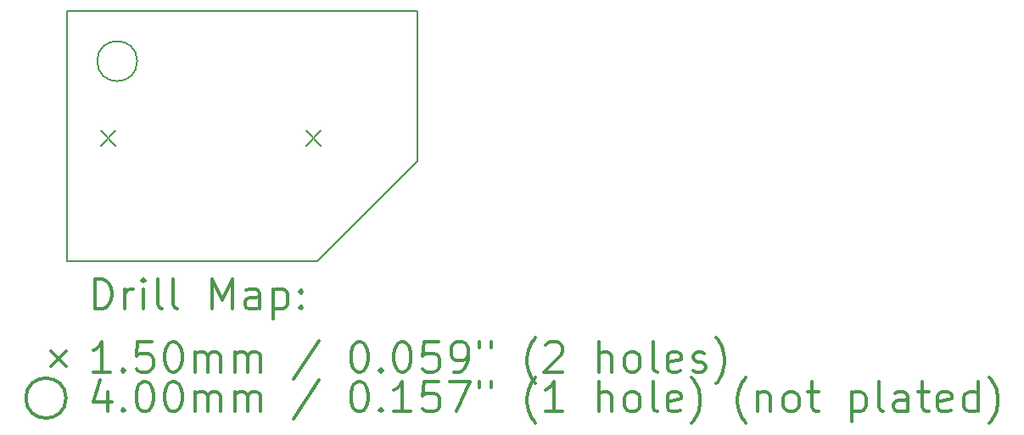
<source format=gbr>
%FSLAX45Y45*%
G04 Gerber Fmt 4.5, Leading zero omitted, Abs format (unit mm)*
G04 Created by KiCad (PCBNEW (5.1.9)-1) date 2024-06-03 11:22:28*
%MOMM*%
%LPD*%
G01*
G04 APERTURE LIST*
%TA.AperFunction,Profile*%
%ADD10C,0.200000*%
%TD*%
%ADD11C,0.200000*%
%ADD12C,0.300000*%
G04 APERTURE END LIST*
D10*
X16078760Y-10208520D02*
X15078760Y-11208520D01*
X16078760Y-8708520D02*
X16078760Y-10208520D01*
X12578760Y-11208520D02*
X15078760Y-11208520D01*
X12578760Y-8708520D02*
X12578760Y-11208520D01*
X12578760Y-8708520D02*
X16078760Y-8708520D01*
D11*
X12915000Y-9905000D02*
X13065000Y-10055000D01*
X13065000Y-9905000D02*
X12915000Y-10055000D01*
X14964000Y-9905000D02*
X15114000Y-10055000D01*
X15114000Y-9905000D02*
X14964000Y-10055000D01*
X13280000Y-9210000D02*
G75*
G03*
X13280000Y-9210000I-200000J0D01*
G01*
D12*
X12855188Y-11684234D02*
X12855188Y-11384234D01*
X12926617Y-11384234D01*
X12969474Y-11398520D01*
X12998046Y-11427091D01*
X13012331Y-11455663D01*
X13026617Y-11512806D01*
X13026617Y-11555663D01*
X13012331Y-11612806D01*
X12998046Y-11641377D01*
X12969474Y-11669949D01*
X12926617Y-11684234D01*
X12855188Y-11684234D01*
X13155188Y-11684234D02*
X13155188Y-11484234D01*
X13155188Y-11541377D02*
X13169474Y-11512806D01*
X13183760Y-11498520D01*
X13212331Y-11484234D01*
X13240903Y-11484234D01*
X13340903Y-11684234D02*
X13340903Y-11484234D01*
X13340903Y-11384234D02*
X13326617Y-11398520D01*
X13340903Y-11412806D01*
X13355188Y-11398520D01*
X13340903Y-11384234D01*
X13340903Y-11412806D01*
X13526617Y-11684234D02*
X13498046Y-11669949D01*
X13483760Y-11641377D01*
X13483760Y-11384234D01*
X13683760Y-11684234D02*
X13655188Y-11669949D01*
X13640903Y-11641377D01*
X13640903Y-11384234D01*
X14026617Y-11684234D02*
X14026617Y-11384234D01*
X14126617Y-11598520D01*
X14226617Y-11384234D01*
X14226617Y-11684234D01*
X14498046Y-11684234D02*
X14498046Y-11527091D01*
X14483760Y-11498520D01*
X14455188Y-11484234D01*
X14398046Y-11484234D01*
X14369474Y-11498520D01*
X14498046Y-11669949D02*
X14469474Y-11684234D01*
X14398046Y-11684234D01*
X14369474Y-11669949D01*
X14355188Y-11641377D01*
X14355188Y-11612806D01*
X14369474Y-11584234D01*
X14398046Y-11569949D01*
X14469474Y-11569949D01*
X14498046Y-11555663D01*
X14640903Y-11484234D02*
X14640903Y-11784234D01*
X14640903Y-11498520D02*
X14669474Y-11484234D01*
X14726617Y-11484234D01*
X14755188Y-11498520D01*
X14769474Y-11512806D01*
X14783760Y-11541377D01*
X14783760Y-11627091D01*
X14769474Y-11655663D01*
X14755188Y-11669949D01*
X14726617Y-11684234D01*
X14669474Y-11684234D01*
X14640903Y-11669949D01*
X14912331Y-11655663D02*
X14926617Y-11669949D01*
X14912331Y-11684234D01*
X14898046Y-11669949D01*
X14912331Y-11655663D01*
X14912331Y-11684234D01*
X14912331Y-11498520D02*
X14926617Y-11512806D01*
X14912331Y-11527091D01*
X14898046Y-11512806D01*
X14912331Y-11498520D01*
X14912331Y-11527091D01*
X12418760Y-12103520D02*
X12568760Y-12253520D01*
X12568760Y-12103520D02*
X12418760Y-12253520D01*
X13012331Y-12314234D02*
X12840903Y-12314234D01*
X12926617Y-12314234D02*
X12926617Y-12014234D01*
X12898046Y-12057091D01*
X12869474Y-12085663D01*
X12840903Y-12099949D01*
X13140903Y-12285663D02*
X13155188Y-12299949D01*
X13140903Y-12314234D01*
X13126617Y-12299949D01*
X13140903Y-12285663D01*
X13140903Y-12314234D01*
X13426617Y-12014234D02*
X13283760Y-12014234D01*
X13269474Y-12157091D01*
X13283760Y-12142806D01*
X13312331Y-12128520D01*
X13383760Y-12128520D01*
X13412331Y-12142806D01*
X13426617Y-12157091D01*
X13440903Y-12185663D01*
X13440903Y-12257091D01*
X13426617Y-12285663D01*
X13412331Y-12299949D01*
X13383760Y-12314234D01*
X13312331Y-12314234D01*
X13283760Y-12299949D01*
X13269474Y-12285663D01*
X13626617Y-12014234D02*
X13655188Y-12014234D01*
X13683760Y-12028520D01*
X13698046Y-12042806D01*
X13712331Y-12071377D01*
X13726617Y-12128520D01*
X13726617Y-12199949D01*
X13712331Y-12257091D01*
X13698046Y-12285663D01*
X13683760Y-12299949D01*
X13655188Y-12314234D01*
X13626617Y-12314234D01*
X13598046Y-12299949D01*
X13583760Y-12285663D01*
X13569474Y-12257091D01*
X13555188Y-12199949D01*
X13555188Y-12128520D01*
X13569474Y-12071377D01*
X13583760Y-12042806D01*
X13598046Y-12028520D01*
X13626617Y-12014234D01*
X13855188Y-12314234D02*
X13855188Y-12114234D01*
X13855188Y-12142806D02*
X13869474Y-12128520D01*
X13898046Y-12114234D01*
X13940903Y-12114234D01*
X13969474Y-12128520D01*
X13983760Y-12157091D01*
X13983760Y-12314234D01*
X13983760Y-12157091D02*
X13998046Y-12128520D01*
X14026617Y-12114234D01*
X14069474Y-12114234D01*
X14098046Y-12128520D01*
X14112331Y-12157091D01*
X14112331Y-12314234D01*
X14255188Y-12314234D02*
X14255188Y-12114234D01*
X14255188Y-12142806D02*
X14269474Y-12128520D01*
X14298046Y-12114234D01*
X14340903Y-12114234D01*
X14369474Y-12128520D01*
X14383760Y-12157091D01*
X14383760Y-12314234D01*
X14383760Y-12157091D02*
X14398046Y-12128520D01*
X14426617Y-12114234D01*
X14469474Y-12114234D01*
X14498046Y-12128520D01*
X14512331Y-12157091D01*
X14512331Y-12314234D01*
X15098046Y-11999949D02*
X14840903Y-12385663D01*
X15483760Y-12014234D02*
X15512331Y-12014234D01*
X15540903Y-12028520D01*
X15555188Y-12042806D01*
X15569474Y-12071377D01*
X15583760Y-12128520D01*
X15583760Y-12199949D01*
X15569474Y-12257091D01*
X15555188Y-12285663D01*
X15540903Y-12299949D01*
X15512331Y-12314234D01*
X15483760Y-12314234D01*
X15455188Y-12299949D01*
X15440903Y-12285663D01*
X15426617Y-12257091D01*
X15412331Y-12199949D01*
X15412331Y-12128520D01*
X15426617Y-12071377D01*
X15440903Y-12042806D01*
X15455188Y-12028520D01*
X15483760Y-12014234D01*
X15712331Y-12285663D02*
X15726617Y-12299949D01*
X15712331Y-12314234D01*
X15698046Y-12299949D01*
X15712331Y-12285663D01*
X15712331Y-12314234D01*
X15912331Y-12014234D02*
X15940903Y-12014234D01*
X15969474Y-12028520D01*
X15983760Y-12042806D01*
X15998046Y-12071377D01*
X16012331Y-12128520D01*
X16012331Y-12199949D01*
X15998046Y-12257091D01*
X15983760Y-12285663D01*
X15969474Y-12299949D01*
X15940903Y-12314234D01*
X15912331Y-12314234D01*
X15883760Y-12299949D01*
X15869474Y-12285663D01*
X15855188Y-12257091D01*
X15840903Y-12199949D01*
X15840903Y-12128520D01*
X15855188Y-12071377D01*
X15869474Y-12042806D01*
X15883760Y-12028520D01*
X15912331Y-12014234D01*
X16283760Y-12014234D02*
X16140903Y-12014234D01*
X16126617Y-12157091D01*
X16140903Y-12142806D01*
X16169474Y-12128520D01*
X16240903Y-12128520D01*
X16269474Y-12142806D01*
X16283760Y-12157091D01*
X16298046Y-12185663D01*
X16298046Y-12257091D01*
X16283760Y-12285663D01*
X16269474Y-12299949D01*
X16240903Y-12314234D01*
X16169474Y-12314234D01*
X16140903Y-12299949D01*
X16126617Y-12285663D01*
X16440903Y-12314234D02*
X16498046Y-12314234D01*
X16526617Y-12299949D01*
X16540903Y-12285663D01*
X16569474Y-12242806D01*
X16583760Y-12185663D01*
X16583760Y-12071377D01*
X16569474Y-12042806D01*
X16555188Y-12028520D01*
X16526617Y-12014234D01*
X16469474Y-12014234D01*
X16440903Y-12028520D01*
X16426617Y-12042806D01*
X16412331Y-12071377D01*
X16412331Y-12142806D01*
X16426617Y-12171377D01*
X16440903Y-12185663D01*
X16469474Y-12199949D01*
X16526617Y-12199949D01*
X16555188Y-12185663D01*
X16569474Y-12171377D01*
X16583760Y-12142806D01*
X16698046Y-12014234D02*
X16698046Y-12071377D01*
X16812331Y-12014234D02*
X16812331Y-12071377D01*
X17255188Y-12428520D02*
X17240903Y-12414234D01*
X17212331Y-12371377D01*
X17198046Y-12342806D01*
X17183760Y-12299949D01*
X17169474Y-12228520D01*
X17169474Y-12171377D01*
X17183760Y-12099949D01*
X17198046Y-12057091D01*
X17212331Y-12028520D01*
X17240903Y-11985663D01*
X17255188Y-11971377D01*
X17355188Y-12042806D02*
X17369474Y-12028520D01*
X17398046Y-12014234D01*
X17469474Y-12014234D01*
X17498046Y-12028520D01*
X17512331Y-12042806D01*
X17526617Y-12071377D01*
X17526617Y-12099949D01*
X17512331Y-12142806D01*
X17340903Y-12314234D01*
X17526617Y-12314234D01*
X17883760Y-12314234D02*
X17883760Y-12014234D01*
X18012331Y-12314234D02*
X18012331Y-12157091D01*
X17998046Y-12128520D01*
X17969474Y-12114234D01*
X17926617Y-12114234D01*
X17898046Y-12128520D01*
X17883760Y-12142806D01*
X18198046Y-12314234D02*
X18169474Y-12299949D01*
X18155188Y-12285663D01*
X18140903Y-12257091D01*
X18140903Y-12171377D01*
X18155188Y-12142806D01*
X18169474Y-12128520D01*
X18198046Y-12114234D01*
X18240903Y-12114234D01*
X18269474Y-12128520D01*
X18283760Y-12142806D01*
X18298046Y-12171377D01*
X18298046Y-12257091D01*
X18283760Y-12285663D01*
X18269474Y-12299949D01*
X18240903Y-12314234D01*
X18198046Y-12314234D01*
X18469474Y-12314234D02*
X18440903Y-12299949D01*
X18426617Y-12271377D01*
X18426617Y-12014234D01*
X18698046Y-12299949D02*
X18669474Y-12314234D01*
X18612331Y-12314234D01*
X18583760Y-12299949D01*
X18569474Y-12271377D01*
X18569474Y-12157091D01*
X18583760Y-12128520D01*
X18612331Y-12114234D01*
X18669474Y-12114234D01*
X18698046Y-12128520D01*
X18712331Y-12157091D01*
X18712331Y-12185663D01*
X18569474Y-12214234D01*
X18826617Y-12299949D02*
X18855188Y-12314234D01*
X18912331Y-12314234D01*
X18940903Y-12299949D01*
X18955188Y-12271377D01*
X18955188Y-12257091D01*
X18940903Y-12228520D01*
X18912331Y-12214234D01*
X18869474Y-12214234D01*
X18840903Y-12199949D01*
X18826617Y-12171377D01*
X18826617Y-12157091D01*
X18840903Y-12128520D01*
X18869474Y-12114234D01*
X18912331Y-12114234D01*
X18940903Y-12128520D01*
X19055188Y-12428520D02*
X19069474Y-12414234D01*
X19098046Y-12371377D01*
X19112331Y-12342806D01*
X19126617Y-12299949D01*
X19140903Y-12228520D01*
X19140903Y-12171377D01*
X19126617Y-12099949D01*
X19112331Y-12057091D01*
X19098046Y-12028520D01*
X19069474Y-11985663D01*
X19055188Y-11971377D01*
X12568760Y-12574520D02*
G75*
G03*
X12568760Y-12574520I-200000J0D01*
G01*
X12983760Y-12510234D02*
X12983760Y-12710234D01*
X12912331Y-12395949D02*
X12840903Y-12610234D01*
X13026617Y-12610234D01*
X13140903Y-12681663D02*
X13155188Y-12695949D01*
X13140903Y-12710234D01*
X13126617Y-12695949D01*
X13140903Y-12681663D01*
X13140903Y-12710234D01*
X13340903Y-12410234D02*
X13369474Y-12410234D01*
X13398046Y-12424520D01*
X13412331Y-12438806D01*
X13426617Y-12467377D01*
X13440903Y-12524520D01*
X13440903Y-12595949D01*
X13426617Y-12653091D01*
X13412331Y-12681663D01*
X13398046Y-12695949D01*
X13369474Y-12710234D01*
X13340903Y-12710234D01*
X13312331Y-12695949D01*
X13298046Y-12681663D01*
X13283760Y-12653091D01*
X13269474Y-12595949D01*
X13269474Y-12524520D01*
X13283760Y-12467377D01*
X13298046Y-12438806D01*
X13312331Y-12424520D01*
X13340903Y-12410234D01*
X13626617Y-12410234D02*
X13655188Y-12410234D01*
X13683760Y-12424520D01*
X13698046Y-12438806D01*
X13712331Y-12467377D01*
X13726617Y-12524520D01*
X13726617Y-12595949D01*
X13712331Y-12653091D01*
X13698046Y-12681663D01*
X13683760Y-12695949D01*
X13655188Y-12710234D01*
X13626617Y-12710234D01*
X13598046Y-12695949D01*
X13583760Y-12681663D01*
X13569474Y-12653091D01*
X13555188Y-12595949D01*
X13555188Y-12524520D01*
X13569474Y-12467377D01*
X13583760Y-12438806D01*
X13598046Y-12424520D01*
X13626617Y-12410234D01*
X13855188Y-12710234D02*
X13855188Y-12510234D01*
X13855188Y-12538806D02*
X13869474Y-12524520D01*
X13898046Y-12510234D01*
X13940903Y-12510234D01*
X13969474Y-12524520D01*
X13983760Y-12553091D01*
X13983760Y-12710234D01*
X13983760Y-12553091D02*
X13998046Y-12524520D01*
X14026617Y-12510234D01*
X14069474Y-12510234D01*
X14098046Y-12524520D01*
X14112331Y-12553091D01*
X14112331Y-12710234D01*
X14255188Y-12710234D02*
X14255188Y-12510234D01*
X14255188Y-12538806D02*
X14269474Y-12524520D01*
X14298046Y-12510234D01*
X14340903Y-12510234D01*
X14369474Y-12524520D01*
X14383760Y-12553091D01*
X14383760Y-12710234D01*
X14383760Y-12553091D02*
X14398046Y-12524520D01*
X14426617Y-12510234D01*
X14469474Y-12510234D01*
X14498046Y-12524520D01*
X14512331Y-12553091D01*
X14512331Y-12710234D01*
X15098046Y-12395949D02*
X14840903Y-12781663D01*
X15483760Y-12410234D02*
X15512331Y-12410234D01*
X15540903Y-12424520D01*
X15555188Y-12438806D01*
X15569474Y-12467377D01*
X15583760Y-12524520D01*
X15583760Y-12595949D01*
X15569474Y-12653091D01*
X15555188Y-12681663D01*
X15540903Y-12695949D01*
X15512331Y-12710234D01*
X15483760Y-12710234D01*
X15455188Y-12695949D01*
X15440903Y-12681663D01*
X15426617Y-12653091D01*
X15412331Y-12595949D01*
X15412331Y-12524520D01*
X15426617Y-12467377D01*
X15440903Y-12438806D01*
X15455188Y-12424520D01*
X15483760Y-12410234D01*
X15712331Y-12681663D02*
X15726617Y-12695949D01*
X15712331Y-12710234D01*
X15698046Y-12695949D01*
X15712331Y-12681663D01*
X15712331Y-12710234D01*
X16012331Y-12710234D02*
X15840903Y-12710234D01*
X15926617Y-12710234D02*
X15926617Y-12410234D01*
X15898046Y-12453091D01*
X15869474Y-12481663D01*
X15840903Y-12495949D01*
X16283760Y-12410234D02*
X16140903Y-12410234D01*
X16126617Y-12553091D01*
X16140903Y-12538806D01*
X16169474Y-12524520D01*
X16240903Y-12524520D01*
X16269474Y-12538806D01*
X16283760Y-12553091D01*
X16298046Y-12581663D01*
X16298046Y-12653091D01*
X16283760Y-12681663D01*
X16269474Y-12695949D01*
X16240903Y-12710234D01*
X16169474Y-12710234D01*
X16140903Y-12695949D01*
X16126617Y-12681663D01*
X16398046Y-12410234D02*
X16598046Y-12410234D01*
X16469474Y-12710234D01*
X16698046Y-12410234D02*
X16698046Y-12467377D01*
X16812331Y-12410234D02*
X16812331Y-12467377D01*
X17255188Y-12824520D02*
X17240903Y-12810234D01*
X17212331Y-12767377D01*
X17198046Y-12738806D01*
X17183760Y-12695949D01*
X17169474Y-12624520D01*
X17169474Y-12567377D01*
X17183760Y-12495949D01*
X17198046Y-12453091D01*
X17212331Y-12424520D01*
X17240903Y-12381663D01*
X17255188Y-12367377D01*
X17526617Y-12710234D02*
X17355188Y-12710234D01*
X17440903Y-12710234D02*
X17440903Y-12410234D01*
X17412331Y-12453091D01*
X17383760Y-12481663D01*
X17355188Y-12495949D01*
X17883760Y-12710234D02*
X17883760Y-12410234D01*
X18012331Y-12710234D02*
X18012331Y-12553091D01*
X17998046Y-12524520D01*
X17969474Y-12510234D01*
X17926617Y-12510234D01*
X17898046Y-12524520D01*
X17883760Y-12538806D01*
X18198046Y-12710234D02*
X18169474Y-12695949D01*
X18155188Y-12681663D01*
X18140903Y-12653091D01*
X18140903Y-12567377D01*
X18155188Y-12538806D01*
X18169474Y-12524520D01*
X18198046Y-12510234D01*
X18240903Y-12510234D01*
X18269474Y-12524520D01*
X18283760Y-12538806D01*
X18298046Y-12567377D01*
X18298046Y-12653091D01*
X18283760Y-12681663D01*
X18269474Y-12695949D01*
X18240903Y-12710234D01*
X18198046Y-12710234D01*
X18469474Y-12710234D02*
X18440903Y-12695949D01*
X18426617Y-12667377D01*
X18426617Y-12410234D01*
X18698046Y-12695949D02*
X18669474Y-12710234D01*
X18612331Y-12710234D01*
X18583760Y-12695949D01*
X18569474Y-12667377D01*
X18569474Y-12553091D01*
X18583760Y-12524520D01*
X18612331Y-12510234D01*
X18669474Y-12510234D01*
X18698046Y-12524520D01*
X18712331Y-12553091D01*
X18712331Y-12581663D01*
X18569474Y-12610234D01*
X18812331Y-12824520D02*
X18826617Y-12810234D01*
X18855188Y-12767377D01*
X18869474Y-12738806D01*
X18883760Y-12695949D01*
X18898046Y-12624520D01*
X18898046Y-12567377D01*
X18883760Y-12495949D01*
X18869474Y-12453091D01*
X18855188Y-12424520D01*
X18826617Y-12381663D01*
X18812331Y-12367377D01*
X19355188Y-12824520D02*
X19340903Y-12810234D01*
X19312331Y-12767377D01*
X19298046Y-12738806D01*
X19283760Y-12695949D01*
X19269474Y-12624520D01*
X19269474Y-12567377D01*
X19283760Y-12495949D01*
X19298046Y-12453091D01*
X19312331Y-12424520D01*
X19340903Y-12381663D01*
X19355188Y-12367377D01*
X19469474Y-12510234D02*
X19469474Y-12710234D01*
X19469474Y-12538806D02*
X19483760Y-12524520D01*
X19512331Y-12510234D01*
X19555188Y-12510234D01*
X19583760Y-12524520D01*
X19598046Y-12553091D01*
X19598046Y-12710234D01*
X19783760Y-12710234D02*
X19755188Y-12695949D01*
X19740903Y-12681663D01*
X19726617Y-12653091D01*
X19726617Y-12567377D01*
X19740903Y-12538806D01*
X19755188Y-12524520D01*
X19783760Y-12510234D01*
X19826617Y-12510234D01*
X19855188Y-12524520D01*
X19869474Y-12538806D01*
X19883760Y-12567377D01*
X19883760Y-12653091D01*
X19869474Y-12681663D01*
X19855188Y-12695949D01*
X19826617Y-12710234D01*
X19783760Y-12710234D01*
X19969474Y-12510234D02*
X20083760Y-12510234D01*
X20012331Y-12410234D02*
X20012331Y-12667377D01*
X20026617Y-12695949D01*
X20055188Y-12710234D01*
X20083760Y-12710234D01*
X20412331Y-12510234D02*
X20412331Y-12810234D01*
X20412331Y-12524520D02*
X20440903Y-12510234D01*
X20498046Y-12510234D01*
X20526617Y-12524520D01*
X20540903Y-12538806D01*
X20555188Y-12567377D01*
X20555188Y-12653091D01*
X20540903Y-12681663D01*
X20526617Y-12695949D01*
X20498046Y-12710234D01*
X20440903Y-12710234D01*
X20412331Y-12695949D01*
X20726617Y-12710234D02*
X20698046Y-12695949D01*
X20683760Y-12667377D01*
X20683760Y-12410234D01*
X20969474Y-12710234D02*
X20969474Y-12553091D01*
X20955188Y-12524520D01*
X20926617Y-12510234D01*
X20869474Y-12510234D01*
X20840903Y-12524520D01*
X20969474Y-12695949D02*
X20940903Y-12710234D01*
X20869474Y-12710234D01*
X20840903Y-12695949D01*
X20826617Y-12667377D01*
X20826617Y-12638806D01*
X20840903Y-12610234D01*
X20869474Y-12595949D01*
X20940903Y-12595949D01*
X20969474Y-12581663D01*
X21069474Y-12510234D02*
X21183760Y-12510234D01*
X21112331Y-12410234D02*
X21112331Y-12667377D01*
X21126617Y-12695949D01*
X21155188Y-12710234D01*
X21183760Y-12710234D01*
X21398046Y-12695949D02*
X21369474Y-12710234D01*
X21312331Y-12710234D01*
X21283760Y-12695949D01*
X21269474Y-12667377D01*
X21269474Y-12553091D01*
X21283760Y-12524520D01*
X21312331Y-12510234D01*
X21369474Y-12510234D01*
X21398046Y-12524520D01*
X21412331Y-12553091D01*
X21412331Y-12581663D01*
X21269474Y-12610234D01*
X21669474Y-12710234D02*
X21669474Y-12410234D01*
X21669474Y-12695949D02*
X21640903Y-12710234D01*
X21583760Y-12710234D01*
X21555188Y-12695949D01*
X21540903Y-12681663D01*
X21526617Y-12653091D01*
X21526617Y-12567377D01*
X21540903Y-12538806D01*
X21555188Y-12524520D01*
X21583760Y-12510234D01*
X21640903Y-12510234D01*
X21669474Y-12524520D01*
X21783760Y-12824520D02*
X21798046Y-12810234D01*
X21826617Y-12767377D01*
X21840903Y-12738806D01*
X21855188Y-12695949D01*
X21869474Y-12624520D01*
X21869474Y-12567377D01*
X21855188Y-12495949D01*
X21840903Y-12453091D01*
X21826617Y-12424520D01*
X21798046Y-12381663D01*
X21783760Y-12367377D01*
M02*

</source>
